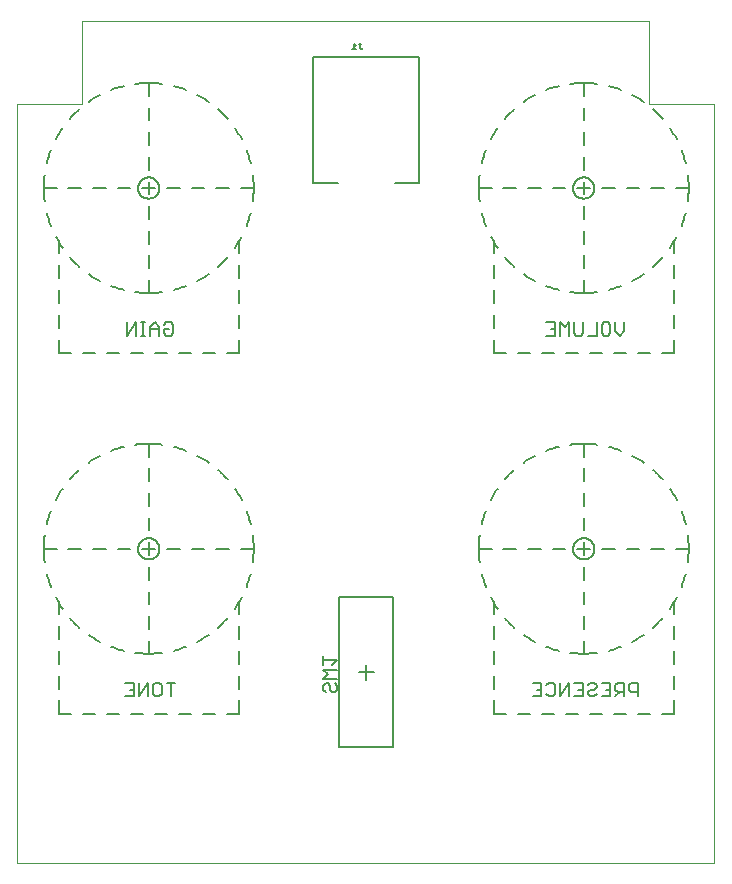
<source format=gbo>
G75*
%MOIN*%
%OFA0B0*%
%FSLAX25Y25*%
%IPPOS*%
%LPD*%
%AMOC8*
5,1,8,0,0,1.08239X$1,22.5*
%
%ADD10C,0.00500*%
%ADD11C,0.00600*%
%ADD12C,0.00800*%
%ADD13C,0.00000*%
D10*
X0018750Y0055413D02*
X0022805Y0055413D01*
X0026742Y0055413D02*
X0030797Y0055413D01*
X0034734Y0055413D02*
X0038789Y0055413D01*
X0042726Y0055413D02*
X0046781Y0055413D01*
X0050719Y0055413D02*
X0054774Y0055413D01*
X0058711Y0055413D02*
X0062766Y0055413D01*
X0066703Y0055413D02*
X0070758Y0055413D01*
X0074695Y0055413D02*
X0078750Y0055413D01*
X0078750Y0059751D01*
X0078750Y0063688D02*
X0078750Y0068026D01*
X0078750Y0071963D02*
X0078750Y0076300D01*
X0078750Y0080237D02*
X0078750Y0084575D01*
X0078750Y0088512D02*
X0078750Y0092850D01*
X0079472Y0110350D02*
X0083750Y0110350D01*
X0075535Y0110350D02*
X0071257Y0110350D01*
X0067320Y0110350D02*
X0063041Y0110350D01*
X0059104Y0110350D02*
X0054826Y0110350D01*
X0050889Y0110350D02*
X0046611Y0110350D01*
X0014757Y0118685D02*
X0014943Y0119408D01*
X0015143Y0120127D01*
X0015360Y0120842D01*
X0015591Y0121552D01*
X0015837Y0122257D01*
X0016099Y0122956D01*
X0018028Y0110350D02*
X0013750Y0110350D01*
X0021965Y0110350D02*
X0026243Y0110350D01*
X0030180Y0110350D02*
X0034459Y0110350D01*
X0038396Y0110350D02*
X0042674Y0110350D01*
X0022469Y0133465D02*
X0022968Y0134021D01*
X0023479Y0134565D01*
X0024001Y0135099D01*
X0024535Y0135621D01*
X0025079Y0136132D01*
X0025635Y0136631D01*
X0048750Y0137135D02*
X0048750Y0132857D01*
X0048750Y0128920D02*
X0048750Y0124641D01*
X0048750Y0120704D02*
X0048750Y0116426D01*
X0048750Y0112489D02*
X0048750Y0108211D01*
X0040414Y0076357D02*
X0039691Y0076543D01*
X0038972Y0076744D01*
X0038258Y0076960D01*
X0037548Y0077191D01*
X0036843Y0077438D01*
X0036144Y0077699D01*
X0048750Y0079628D02*
X0048750Y0075350D01*
X0048750Y0083565D02*
X0048750Y0087843D01*
X0048750Y0091780D02*
X0048750Y0096059D01*
X0048750Y0099996D02*
X0048750Y0104274D01*
X0057086Y0076357D02*
X0057809Y0076543D01*
X0058528Y0076744D01*
X0059242Y0076960D01*
X0059952Y0077191D01*
X0060657Y0077438D01*
X0061356Y0077699D01*
X0020041Y0090331D02*
X0019620Y0090948D01*
X0019213Y0091573D01*
X0018819Y0092207D01*
X0018439Y0092850D01*
X0018073Y0093500D01*
X0017720Y0094159D01*
X0018750Y0092850D02*
X0018750Y0088512D01*
X0018750Y0084575D02*
X0018750Y0080237D01*
X0018750Y0076300D02*
X0018750Y0071963D01*
X0018750Y0068026D02*
X0018750Y0063688D01*
X0018750Y0059751D02*
X0018750Y0055413D01*
X0077459Y0090331D02*
X0077880Y0090948D01*
X0078287Y0091573D01*
X0078681Y0092207D01*
X0079061Y0092850D01*
X0079427Y0093500D01*
X0079780Y0094159D01*
X0107000Y0074655D02*
X0107000Y0071652D01*
X0107000Y0073153D02*
X0111504Y0073153D01*
X0110003Y0071652D01*
X0111504Y0070051D02*
X0107000Y0070051D01*
X0108501Y0068549D01*
X0107000Y0067048D01*
X0111504Y0067048D01*
X0110753Y0065447D02*
X0111504Y0064696D01*
X0111504Y0063195D01*
X0110753Y0062444D01*
X0110003Y0062444D01*
X0109252Y0063195D01*
X0109252Y0064696D01*
X0108501Y0065447D01*
X0107751Y0065447D01*
X0107000Y0064696D01*
X0107000Y0063195D01*
X0107751Y0062444D01*
X0118750Y0069100D02*
X0123750Y0069100D01*
X0121250Y0071600D02*
X0121250Y0066600D01*
X0158750Y0110350D02*
X0163028Y0110350D01*
X0166965Y0110350D02*
X0171243Y0110350D01*
X0175180Y0110350D02*
X0179459Y0110350D01*
X0183396Y0110350D02*
X0187674Y0110350D01*
X0191611Y0110350D02*
X0195889Y0110350D01*
X0227743Y0118685D02*
X0227557Y0119408D01*
X0227357Y0120127D01*
X0227140Y0120842D01*
X0226909Y0121552D01*
X0226663Y0122257D01*
X0226401Y0122956D01*
X0224472Y0110350D02*
X0228750Y0110350D01*
X0220535Y0110350D02*
X0216257Y0110350D01*
X0212320Y0110350D02*
X0208041Y0110350D01*
X0204104Y0110350D02*
X0199826Y0110350D01*
X0220031Y0133465D02*
X0219532Y0134021D01*
X0219021Y0134565D01*
X0218499Y0135099D01*
X0217965Y0135621D01*
X0217421Y0136132D01*
X0216865Y0136631D01*
X0193750Y0137135D02*
X0193750Y0132857D01*
X0193750Y0128920D02*
X0193750Y0124641D01*
X0193750Y0120704D02*
X0193750Y0116426D01*
X0193750Y0112489D02*
X0193750Y0108211D01*
X0185414Y0076357D02*
X0184691Y0076543D01*
X0183972Y0076744D01*
X0183258Y0076960D01*
X0182548Y0077191D01*
X0181843Y0077438D01*
X0181144Y0077699D01*
X0193750Y0079628D02*
X0193750Y0075350D01*
X0193750Y0083565D02*
X0193750Y0087843D01*
X0193750Y0091780D02*
X0193750Y0096059D01*
X0193750Y0099996D02*
X0193750Y0104274D01*
X0202086Y0076357D02*
X0202809Y0076543D01*
X0203528Y0076744D01*
X0204242Y0076960D01*
X0204952Y0077191D01*
X0205657Y0077438D01*
X0206356Y0077699D01*
X0223750Y0076300D02*
X0223750Y0071963D01*
X0223750Y0068026D02*
X0223750Y0063688D01*
X0223750Y0059751D02*
X0223750Y0055413D01*
X0219695Y0055413D01*
X0215758Y0055413D02*
X0211703Y0055413D01*
X0207766Y0055413D02*
X0203711Y0055413D01*
X0199774Y0055413D02*
X0195719Y0055413D01*
X0191781Y0055413D02*
X0187726Y0055413D01*
X0183789Y0055413D02*
X0179734Y0055413D01*
X0175797Y0055413D02*
X0171742Y0055413D01*
X0167805Y0055413D02*
X0163750Y0055413D01*
X0163750Y0059751D01*
X0163750Y0063688D02*
X0163750Y0068026D01*
X0163750Y0071963D02*
X0163750Y0076300D01*
X0163750Y0080237D02*
X0163750Y0084575D01*
X0163750Y0088512D02*
X0163750Y0092850D01*
X0159757Y0118685D02*
X0159943Y0119408D01*
X0160143Y0120127D01*
X0160360Y0120842D01*
X0160591Y0121552D01*
X0160837Y0122257D01*
X0161099Y0122956D01*
X0167469Y0133465D02*
X0167968Y0134021D01*
X0168479Y0134565D01*
X0169001Y0135099D01*
X0169535Y0135621D01*
X0170079Y0136132D01*
X0170635Y0136631D01*
X0193750Y0141072D02*
X0193750Y0145350D01*
X0191781Y0175663D02*
X0187726Y0175663D01*
X0183789Y0175663D02*
X0179734Y0175663D01*
X0175797Y0175663D02*
X0171742Y0175663D01*
X0167805Y0175663D02*
X0163750Y0175663D01*
X0163750Y0180001D01*
X0163750Y0183938D02*
X0163750Y0188276D01*
X0163750Y0192213D02*
X0163750Y0196550D01*
X0163750Y0200487D02*
X0163750Y0204825D01*
X0163750Y0208762D02*
X0163750Y0213100D01*
X0163028Y0230600D02*
X0158750Y0230600D01*
X0166965Y0230600D02*
X0171243Y0230600D01*
X0175180Y0230600D02*
X0179459Y0230600D01*
X0183396Y0230600D02*
X0187674Y0230600D01*
X0191611Y0230600D02*
X0195889Y0230600D01*
X0227743Y0238935D02*
X0227557Y0239658D01*
X0227357Y0240377D01*
X0227140Y0241092D01*
X0226909Y0241802D01*
X0226663Y0242507D01*
X0226401Y0243206D01*
X0224472Y0230600D02*
X0228750Y0230600D01*
X0220535Y0230600D02*
X0216257Y0230600D01*
X0212320Y0230600D02*
X0208041Y0230600D01*
X0204104Y0230600D02*
X0199826Y0230600D01*
X0220031Y0253715D02*
X0219532Y0254271D01*
X0219021Y0254815D01*
X0218499Y0255349D01*
X0217965Y0255871D01*
X0217421Y0256382D01*
X0216865Y0256881D01*
X0193750Y0257385D02*
X0193750Y0253107D01*
X0193750Y0249170D02*
X0193750Y0244891D01*
X0193750Y0240954D02*
X0193750Y0236676D01*
X0193750Y0232739D02*
X0193750Y0228461D01*
X0185414Y0196607D02*
X0184691Y0196793D01*
X0183972Y0196994D01*
X0183258Y0197210D01*
X0182548Y0197441D01*
X0181843Y0197688D01*
X0181144Y0197949D01*
X0193750Y0199878D02*
X0193750Y0195600D01*
X0193750Y0203815D02*
X0193750Y0208093D01*
X0193750Y0212030D02*
X0193750Y0216309D01*
X0193750Y0220246D02*
X0193750Y0224524D01*
X0202086Y0196607D02*
X0202809Y0196793D01*
X0203528Y0196994D01*
X0204242Y0197210D01*
X0204952Y0197441D01*
X0205657Y0197688D01*
X0206356Y0197949D01*
X0223750Y0196550D02*
X0223750Y0192213D01*
X0223750Y0188276D02*
X0223750Y0183938D01*
X0223750Y0180001D02*
X0223750Y0175663D01*
X0219695Y0175663D01*
X0215758Y0175663D02*
X0211703Y0175663D01*
X0207766Y0175663D02*
X0203711Y0175663D01*
X0199774Y0175663D02*
X0195719Y0175663D01*
X0223750Y0200487D02*
X0223750Y0204825D01*
X0223750Y0208762D02*
X0223750Y0213100D01*
X0224780Y0246791D02*
X0224427Y0247449D01*
X0224061Y0248100D01*
X0223681Y0248742D01*
X0223287Y0249377D01*
X0222880Y0250002D01*
X0222459Y0250619D01*
X0193750Y0261322D02*
X0193750Y0265600D01*
X0202085Y0264593D02*
X0202808Y0264407D01*
X0203527Y0264207D01*
X0204242Y0263990D01*
X0204952Y0263759D01*
X0205657Y0263513D01*
X0206356Y0263251D01*
X0228464Y0235067D02*
X0228551Y0234325D01*
X0228623Y0233582D01*
X0228678Y0232838D01*
X0228718Y0232092D01*
X0228742Y0231346D01*
X0228750Y0230600D01*
X0198217Y0265314D02*
X0197475Y0265401D01*
X0196732Y0265473D01*
X0195988Y0265528D01*
X0195242Y0265568D01*
X0194496Y0265592D01*
X0193750Y0265600D01*
X0185415Y0264593D02*
X0184692Y0264407D01*
X0183973Y0264207D01*
X0183258Y0263990D01*
X0182548Y0263759D01*
X0181843Y0263513D01*
X0181144Y0263251D01*
X0170635Y0256881D02*
X0170079Y0256382D01*
X0169535Y0255871D01*
X0169001Y0255349D01*
X0168479Y0254815D01*
X0167968Y0254271D01*
X0167469Y0253715D01*
X0161099Y0243206D02*
X0160837Y0242507D01*
X0160591Y0241802D01*
X0160360Y0241092D01*
X0160143Y0240377D01*
X0159943Y0239658D01*
X0159757Y0238935D01*
X0189283Y0265314D02*
X0190025Y0265401D01*
X0190768Y0265473D01*
X0191512Y0265528D01*
X0192258Y0265568D01*
X0193004Y0265592D01*
X0193750Y0265600D01*
X0209941Y0261630D02*
X0210599Y0261277D01*
X0211250Y0260911D01*
X0211892Y0260531D01*
X0212527Y0260137D01*
X0213152Y0259730D01*
X0213769Y0259309D01*
X0177559Y0261630D02*
X0176901Y0261277D01*
X0176250Y0260911D01*
X0175608Y0260531D01*
X0174973Y0260137D01*
X0174348Y0259730D01*
X0173731Y0259309D01*
X0159036Y0235067D02*
X0158949Y0234325D01*
X0158877Y0233582D01*
X0158822Y0232838D01*
X0158782Y0232092D01*
X0158758Y0231346D01*
X0158750Y0230600D01*
X0162720Y0246791D02*
X0163073Y0247449D01*
X0163439Y0248100D01*
X0163819Y0248742D01*
X0164213Y0249377D01*
X0164620Y0250002D01*
X0165041Y0250619D01*
X0159757Y0222264D02*
X0159943Y0221541D01*
X0160144Y0220822D01*
X0160360Y0220108D01*
X0160591Y0219398D01*
X0160838Y0218693D01*
X0161099Y0217994D01*
X0222459Y0210581D02*
X0222880Y0211198D01*
X0223287Y0211823D01*
X0223681Y0212457D01*
X0224061Y0213100D01*
X0224427Y0213750D01*
X0224780Y0214409D01*
X0165041Y0210581D02*
X0164620Y0211198D01*
X0164213Y0211823D01*
X0163819Y0212457D01*
X0163439Y0213100D01*
X0163073Y0213750D01*
X0162720Y0214409D01*
X0193750Y0195600D02*
X0194497Y0195608D01*
X0195243Y0195632D01*
X0195988Y0195672D01*
X0196733Y0195727D01*
X0197476Y0195799D01*
X0198217Y0195886D01*
X0170635Y0204319D02*
X0170079Y0204818D01*
X0169535Y0205329D01*
X0169001Y0205851D01*
X0168479Y0206385D01*
X0167968Y0206929D01*
X0167469Y0207485D01*
X0216865Y0204319D02*
X0217421Y0204818D01*
X0217965Y0205329D01*
X0218499Y0205851D01*
X0219021Y0206385D01*
X0219532Y0206929D01*
X0220031Y0207485D01*
X0193750Y0195600D02*
X0193003Y0195608D01*
X0192257Y0195632D01*
X0191512Y0195672D01*
X0190767Y0195727D01*
X0190024Y0195799D01*
X0189283Y0195886D01*
X0190215Y0230600D02*
X0190217Y0230719D01*
X0190223Y0230837D01*
X0190233Y0230956D01*
X0190247Y0231074D01*
X0190265Y0231191D01*
X0190287Y0231308D01*
X0190312Y0231424D01*
X0190342Y0231539D01*
X0190375Y0231653D01*
X0190413Y0231766D01*
X0190454Y0231877D01*
X0190498Y0231987D01*
X0190547Y0232095D01*
X0190599Y0232202D01*
X0190655Y0232307D01*
X0190714Y0232410D01*
X0190776Y0232511D01*
X0190842Y0232610D01*
X0190911Y0232707D01*
X0190984Y0232801D01*
X0191059Y0232892D01*
X0191138Y0232982D01*
X0191219Y0233068D01*
X0191303Y0233152D01*
X0191391Y0233232D01*
X0191480Y0233310D01*
X0191573Y0233385D01*
X0191667Y0233456D01*
X0191765Y0233525D01*
X0191864Y0233590D01*
X0191965Y0233651D01*
X0192069Y0233710D01*
X0192174Y0233764D01*
X0192282Y0233816D01*
X0192390Y0233863D01*
X0192501Y0233907D01*
X0192613Y0233947D01*
X0192726Y0233983D01*
X0192840Y0234016D01*
X0192955Y0234044D01*
X0193071Y0234069D01*
X0193188Y0234090D01*
X0193306Y0234107D01*
X0193424Y0234120D01*
X0193542Y0234129D01*
X0193661Y0234134D01*
X0193780Y0234135D01*
X0193898Y0234132D01*
X0194017Y0234125D01*
X0194135Y0234114D01*
X0194253Y0234099D01*
X0194370Y0234080D01*
X0194487Y0234057D01*
X0194603Y0234031D01*
X0194717Y0234000D01*
X0194831Y0233966D01*
X0194944Y0233927D01*
X0195055Y0233885D01*
X0195164Y0233840D01*
X0195272Y0233790D01*
X0195379Y0233737D01*
X0195483Y0233681D01*
X0195586Y0233621D01*
X0195686Y0233558D01*
X0195784Y0233491D01*
X0195880Y0233421D01*
X0195974Y0233348D01*
X0196065Y0233272D01*
X0196153Y0233192D01*
X0196239Y0233110D01*
X0196322Y0233025D01*
X0196402Y0232937D01*
X0196479Y0232847D01*
X0196553Y0232754D01*
X0196624Y0232659D01*
X0196691Y0232561D01*
X0196756Y0232461D01*
X0196816Y0232359D01*
X0196874Y0232255D01*
X0196928Y0232149D01*
X0196978Y0232041D01*
X0197024Y0231932D01*
X0197067Y0231821D01*
X0197106Y0231709D01*
X0197142Y0231596D01*
X0197173Y0231481D01*
X0197201Y0231366D01*
X0197225Y0231250D01*
X0197245Y0231132D01*
X0197261Y0231015D01*
X0197273Y0230897D01*
X0197281Y0230778D01*
X0197285Y0230659D01*
X0197285Y0230541D01*
X0197281Y0230422D01*
X0197273Y0230303D01*
X0197261Y0230185D01*
X0197245Y0230068D01*
X0197225Y0229950D01*
X0197201Y0229834D01*
X0197173Y0229719D01*
X0197142Y0229604D01*
X0197106Y0229491D01*
X0197067Y0229379D01*
X0197024Y0229268D01*
X0196978Y0229159D01*
X0196928Y0229051D01*
X0196874Y0228945D01*
X0196816Y0228841D01*
X0196756Y0228739D01*
X0196691Y0228639D01*
X0196624Y0228541D01*
X0196553Y0228446D01*
X0196479Y0228353D01*
X0196402Y0228263D01*
X0196322Y0228175D01*
X0196239Y0228090D01*
X0196153Y0228008D01*
X0196065Y0227928D01*
X0195974Y0227852D01*
X0195880Y0227779D01*
X0195784Y0227709D01*
X0195686Y0227642D01*
X0195586Y0227579D01*
X0195483Y0227519D01*
X0195379Y0227463D01*
X0195272Y0227410D01*
X0195164Y0227360D01*
X0195055Y0227315D01*
X0194944Y0227273D01*
X0194831Y0227234D01*
X0194717Y0227200D01*
X0194603Y0227169D01*
X0194487Y0227143D01*
X0194370Y0227120D01*
X0194253Y0227101D01*
X0194135Y0227086D01*
X0194017Y0227075D01*
X0193898Y0227068D01*
X0193780Y0227065D01*
X0193661Y0227066D01*
X0193542Y0227071D01*
X0193424Y0227080D01*
X0193306Y0227093D01*
X0193188Y0227110D01*
X0193071Y0227131D01*
X0192955Y0227156D01*
X0192840Y0227184D01*
X0192726Y0227217D01*
X0192613Y0227253D01*
X0192501Y0227293D01*
X0192390Y0227337D01*
X0192282Y0227384D01*
X0192174Y0227436D01*
X0192069Y0227490D01*
X0191965Y0227549D01*
X0191864Y0227610D01*
X0191765Y0227675D01*
X0191667Y0227744D01*
X0191573Y0227815D01*
X0191480Y0227890D01*
X0191391Y0227968D01*
X0191303Y0228048D01*
X0191219Y0228132D01*
X0191138Y0228218D01*
X0191059Y0228308D01*
X0190984Y0228399D01*
X0190911Y0228493D01*
X0190842Y0228590D01*
X0190776Y0228689D01*
X0190714Y0228790D01*
X0190655Y0228893D01*
X0190599Y0228998D01*
X0190547Y0229105D01*
X0190498Y0229213D01*
X0190454Y0229323D01*
X0190413Y0229434D01*
X0190375Y0229547D01*
X0190342Y0229661D01*
X0190312Y0229776D01*
X0190287Y0229892D01*
X0190265Y0230009D01*
X0190247Y0230126D01*
X0190233Y0230244D01*
X0190223Y0230363D01*
X0190217Y0230481D01*
X0190215Y0230600D01*
X0228464Y0226133D02*
X0228551Y0226874D01*
X0228623Y0227617D01*
X0228678Y0228362D01*
X0228718Y0229107D01*
X0228742Y0229853D01*
X0228750Y0230600D01*
X0159036Y0226133D02*
X0158949Y0226874D01*
X0158877Y0227617D01*
X0158822Y0228362D01*
X0158782Y0229107D01*
X0158758Y0229853D01*
X0158750Y0230600D01*
X0209941Y0199570D02*
X0210600Y0199923D01*
X0211250Y0200289D01*
X0211893Y0200669D01*
X0212527Y0201063D01*
X0213152Y0201470D01*
X0213769Y0201891D01*
X0177559Y0199570D02*
X0176900Y0199923D01*
X0176250Y0200289D01*
X0175607Y0200669D01*
X0174973Y0201063D01*
X0174348Y0201470D01*
X0173731Y0201891D01*
X0226401Y0217994D02*
X0226662Y0218693D01*
X0226909Y0219398D01*
X0227140Y0220108D01*
X0227356Y0220822D01*
X0227557Y0221541D01*
X0227743Y0222264D01*
X0202085Y0144343D02*
X0202808Y0144157D01*
X0203527Y0143957D01*
X0204242Y0143740D01*
X0204952Y0143509D01*
X0205657Y0143263D01*
X0206356Y0143001D01*
X0228464Y0114817D02*
X0228551Y0114075D01*
X0228623Y0113332D01*
X0228678Y0112588D01*
X0228718Y0111842D01*
X0228742Y0111096D01*
X0228750Y0110350D01*
X0223750Y0092850D02*
X0223750Y0088512D01*
X0223750Y0084575D02*
X0223750Y0080237D01*
X0165041Y0090331D02*
X0164620Y0090948D01*
X0164213Y0091573D01*
X0163819Y0092207D01*
X0163439Y0092850D01*
X0163073Y0093500D01*
X0162720Y0094159D01*
X0162720Y0126541D02*
X0163073Y0127199D01*
X0163439Y0127850D01*
X0163819Y0128492D01*
X0164213Y0129127D01*
X0164620Y0129752D01*
X0165041Y0130369D01*
X0181144Y0143001D02*
X0181843Y0143263D01*
X0182548Y0143509D01*
X0183258Y0143740D01*
X0183973Y0143957D01*
X0184692Y0144157D01*
X0185415Y0144343D01*
X0159036Y0114817D02*
X0158949Y0114075D01*
X0158877Y0113332D01*
X0158822Y0112588D01*
X0158782Y0111842D01*
X0158758Y0111096D01*
X0158750Y0110350D01*
X0189283Y0145064D02*
X0190025Y0145151D01*
X0190768Y0145223D01*
X0191512Y0145278D01*
X0192258Y0145318D01*
X0193004Y0145342D01*
X0193750Y0145350D01*
X0209941Y0141380D02*
X0210599Y0141027D01*
X0211250Y0140661D01*
X0211892Y0140281D01*
X0212527Y0139887D01*
X0213152Y0139480D01*
X0213769Y0139059D01*
X0198217Y0145064D02*
X0197475Y0145151D01*
X0196732Y0145223D01*
X0195988Y0145278D01*
X0195242Y0145318D01*
X0194496Y0145342D01*
X0193750Y0145350D01*
X0177559Y0141380D02*
X0176901Y0141027D01*
X0176250Y0140661D01*
X0175608Y0140281D01*
X0174973Y0139887D01*
X0174348Y0139480D01*
X0173731Y0139059D01*
X0222459Y0130369D02*
X0222880Y0129752D01*
X0223287Y0129127D01*
X0223681Y0128492D01*
X0224061Y0127850D01*
X0224427Y0127199D01*
X0224780Y0126541D01*
X0158750Y0110350D02*
X0158758Y0109603D01*
X0158782Y0108857D01*
X0158822Y0108112D01*
X0158877Y0107367D01*
X0158949Y0106624D01*
X0159036Y0105883D01*
X0193750Y0075350D02*
X0194497Y0075358D01*
X0195243Y0075382D01*
X0195988Y0075422D01*
X0196733Y0075477D01*
X0197476Y0075549D01*
X0198217Y0075636D01*
X0170635Y0084069D02*
X0170079Y0084568D01*
X0169535Y0085079D01*
X0169001Y0085601D01*
X0168479Y0086135D01*
X0167968Y0086679D01*
X0167469Y0087235D01*
X0222459Y0090331D02*
X0222880Y0090948D01*
X0223287Y0091573D01*
X0223681Y0092207D01*
X0224061Y0092850D01*
X0224427Y0093500D01*
X0224780Y0094159D01*
X0193750Y0075350D02*
X0193003Y0075358D01*
X0192257Y0075382D01*
X0191512Y0075422D01*
X0190767Y0075477D01*
X0190024Y0075549D01*
X0189283Y0075636D01*
X0216865Y0084069D02*
X0217421Y0084568D01*
X0217965Y0085079D01*
X0218499Y0085601D01*
X0219021Y0086135D01*
X0219532Y0086679D01*
X0220031Y0087235D01*
X0190215Y0110350D02*
X0190217Y0110469D01*
X0190223Y0110587D01*
X0190233Y0110706D01*
X0190247Y0110824D01*
X0190265Y0110941D01*
X0190287Y0111058D01*
X0190312Y0111174D01*
X0190342Y0111289D01*
X0190375Y0111403D01*
X0190413Y0111516D01*
X0190454Y0111627D01*
X0190498Y0111737D01*
X0190547Y0111845D01*
X0190599Y0111952D01*
X0190655Y0112057D01*
X0190714Y0112160D01*
X0190776Y0112261D01*
X0190842Y0112360D01*
X0190911Y0112457D01*
X0190984Y0112551D01*
X0191059Y0112642D01*
X0191138Y0112732D01*
X0191219Y0112818D01*
X0191303Y0112902D01*
X0191391Y0112982D01*
X0191480Y0113060D01*
X0191573Y0113135D01*
X0191667Y0113206D01*
X0191765Y0113275D01*
X0191864Y0113340D01*
X0191965Y0113401D01*
X0192069Y0113460D01*
X0192174Y0113514D01*
X0192282Y0113566D01*
X0192390Y0113613D01*
X0192501Y0113657D01*
X0192613Y0113697D01*
X0192726Y0113733D01*
X0192840Y0113766D01*
X0192955Y0113794D01*
X0193071Y0113819D01*
X0193188Y0113840D01*
X0193306Y0113857D01*
X0193424Y0113870D01*
X0193542Y0113879D01*
X0193661Y0113884D01*
X0193780Y0113885D01*
X0193898Y0113882D01*
X0194017Y0113875D01*
X0194135Y0113864D01*
X0194253Y0113849D01*
X0194370Y0113830D01*
X0194487Y0113807D01*
X0194603Y0113781D01*
X0194717Y0113750D01*
X0194831Y0113716D01*
X0194944Y0113677D01*
X0195055Y0113635D01*
X0195164Y0113590D01*
X0195272Y0113540D01*
X0195379Y0113487D01*
X0195483Y0113431D01*
X0195586Y0113371D01*
X0195686Y0113308D01*
X0195784Y0113241D01*
X0195880Y0113171D01*
X0195974Y0113098D01*
X0196065Y0113022D01*
X0196153Y0112942D01*
X0196239Y0112860D01*
X0196322Y0112775D01*
X0196402Y0112687D01*
X0196479Y0112597D01*
X0196553Y0112504D01*
X0196624Y0112409D01*
X0196691Y0112311D01*
X0196756Y0112211D01*
X0196816Y0112109D01*
X0196874Y0112005D01*
X0196928Y0111899D01*
X0196978Y0111791D01*
X0197024Y0111682D01*
X0197067Y0111571D01*
X0197106Y0111459D01*
X0197142Y0111346D01*
X0197173Y0111231D01*
X0197201Y0111116D01*
X0197225Y0111000D01*
X0197245Y0110882D01*
X0197261Y0110765D01*
X0197273Y0110647D01*
X0197281Y0110528D01*
X0197285Y0110409D01*
X0197285Y0110291D01*
X0197281Y0110172D01*
X0197273Y0110053D01*
X0197261Y0109935D01*
X0197245Y0109818D01*
X0197225Y0109700D01*
X0197201Y0109584D01*
X0197173Y0109469D01*
X0197142Y0109354D01*
X0197106Y0109241D01*
X0197067Y0109129D01*
X0197024Y0109018D01*
X0196978Y0108909D01*
X0196928Y0108801D01*
X0196874Y0108695D01*
X0196816Y0108591D01*
X0196756Y0108489D01*
X0196691Y0108389D01*
X0196624Y0108291D01*
X0196553Y0108196D01*
X0196479Y0108103D01*
X0196402Y0108013D01*
X0196322Y0107925D01*
X0196239Y0107840D01*
X0196153Y0107758D01*
X0196065Y0107678D01*
X0195974Y0107602D01*
X0195880Y0107529D01*
X0195784Y0107459D01*
X0195686Y0107392D01*
X0195586Y0107329D01*
X0195483Y0107269D01*
X0195379Y0107213D01*
X0195272Y0107160D01*
X0195164Y0107110D01*
X0195055Y0107065D01*
X0194944Y0107023D01*
X0194831Y0106984D01*
X0194717Y0106950D01*
X0194603Y0106919D01*
X0194487Y0106893D01*
X0194370Y0106870D01*
X0194253Y0106851D01*
X0194135Y0106836D01*
X0194017Y0106825D01*
X0193898Y0106818D01*
X0193780Y0106815D01*
X0193661Y0106816D01*
X0193542Y0106821D01*
X0193424Y0106830D01*
X0193306Y0106843D01*
X0193188Y0106860D01*
X0193071Y0106881D01*
X0192955Y0106906D01*
X0192840Y0106934D01*
X0192726Y0106967D01*
X0192613Y0107003D01*
X0192501Y0107043D01*
X0192390Y0107087D01*
X0192282Y0107134D01*
X0192174Y0107186D01*
X0192069Y0107240D01*
X0191965Y0107299D01*
X0191864Y0107360D01*
X0191765Y0107425D01*
X0191667Y0107494D01*
X0191573Y0107565D01*
X0191480Y0107640D01*
X0191391Y0107718D01*
X0191303Y0107798D01*
X0191219Y0107882D01*
X0191138Y0107968D01*
X0191059Y0108058D01*
X0190984Y0108149D01*
X0190911Y0108243D01*
X0190842Y0108340D01*
X0190776Y0108439D01*
X0190714Y0108540D01*
X0190655Y0108643D01*
X0190599Y0108748D01*
X0190547Y0108855D01*
X0190498Y0108963D01*
X0190454Y0109073D01*
X0190413Y0109184D01*
X0190375Y0109297D01*
X0190342Y0109411D01*
X0190312Y0109526D01*
X0190287Y0109642D01*
X0190265Y0109759D01*
X0190247Y0109876D01*
X0190233Y0109994D01*
X0190223Y0110113D01*
X0190217Y0110231D01*
X0190215Y0110350D01*
X0159757Y0102014D02*
X0159943Y0101291D01*
X0160144Y0100572D01*
X0160360Y0099858D01*
X0160591Y0099148D01*
X0160838Y0098443D01*
X0161099Y0097744D01*
X0228464Y0105883D02*
X0228551Y0106624D01*
X0228623Y0107367D01*
X0228678Y0108112D01*
X0228718Y0108857D01*
X0228742Y0109603D01*
X0228750Y0110350D01*
X0227743Y0102014D02*
X0227557Y0101291D01*
X0227356Y0100572D01*
X0227140Y0099858D01*
X0226909Y0099148D01*
X0226662Y0098443D01*
X0226401Y0097744D01*
X0177559Y0079320D02*
X0176900Y0079673D01*
X0176250Y0080039D01*
X0175607Y0080419D01*
X0174973Y0080813D01*
X0174348Y0081220D01*
X0173731Y0081641D01*
X0209941Y0079320D02*
X0210600Y0079673D01*
X0211250Y0080039D01*
X0211893Y0080419D01*
X0212527Y0080813D01*
X0213152Y0081220D01*
X0213769Y0081641D01*
X0083750Y0230600D02*
X0079472Y0230600D01*
X0075535Y0230600D02*
X0071257Y0230600D01*
X0067320Y0230600D02*
X0063041Y0230600D01*
X0059104Y0230600D02*
X0054826Y0230600D01*
X0050889Y0230600D02*
X0046611Y0230600D01*
X0014757Y0238935D02*
X0014943Y0239658D01*
X0015143Y0240377D01*
X0015360Y0241092D01*
X0015591Y0241802D01*
X0015837Y0242507D01*
X0016099Y0243206D01*
X0018028Y0230600D02*
X0013750Y0230600D01*
X0021965Y0230600D02*
X0026243Y0230600D01*
X0030180Y0230600D02*
X0034459Y0230600D01*
X0038396Y0230600D02*
X0042674Y0230600D01*
X0022469Y0253715D02*
X0022968Y0254271D01*
X0023479Y0254815D01*
X0024001Y0255349D01*
X0024535Y0255871D01*
X0025079Y0256382D01*
X0025635Y0256881D01*
X0048750Y0257385D02*
X0048750Y0253107D01*
X0048750Y0249170D02*
X0048750Y0244891D01*
X0048750Y0240954D02*
X0048750Y0236676D01*
X0048750Y0232739D02*
X0048750Y0228461D01*
X0040414Y0196607D02*
X0039691Y0196793D01*
X0038972Y0196994D01*
X0038258Y0197210D01*
X0037548Y0197441D01*
X0036843Y0197688D01*
X0036144Y0197949D01*
X0048750Y0199878D02*
X0048750Y0195600D01*
X0048750Y0203815D02*
X0048750Y0208093D01*
X0048750Y0212030D02*
X0048750Y0216309D01*
X0048750Y0220246D02*
X0048750Y0224524D01*
X0057086Y0196607D02*
X0057809Y0196793D01*
X0058528Y0196994D01*
X0059242Y0197210D01*
X0059952Y0197441D01*
X0060657Y0197688D01*
X0061356Y0197949D01*
X0078750Y0196550D02*
X0078750Y0192213D01*
X0078750Y0188276D02*
X0078750Y0183938D01*
X0078750Y0180001D02*
X0078750Y0175663D01*
X0074695Y0175663D01*
X0070758Y0175663D02*
X0066703Y0175663D01*
X0062766Y0175663D02*
X0058711Y0175663D01*
X0054774Y0175663D02*
X0050719Y0175663D01*
X0046781Y0175663D02*
X0042726Y0175663D01*
X0038789Y0175663D02*
X0034734Y0175663D01*
X0030797Y0175663D02*
X0026742Y0175663D01*
X0022805Y0175663D02*
X0018750Y0175663D01*
X0018750Y0180001D01*
X0018750Y0183938D02*
X0018750Y0188276D01*
X0018750Y0192213D02*
X0018750Y0196550D01*
X0018750Y0200487D02*
X0018750Y0204825D01*
X0018750Y0208762D02*
X0018750Y0213100D01*
X0044283Y0265314D02*
X0045025Y0265401D01*
X0045768Y0265473D01*
X0046512Y0265528D01*
X0047258Y0265568D01*
X0048004Y0265592D01*
X0048750Y0265600D01*
X0048750Y0261322D01*
X0057085Y0264593D02*
X0057808Y0264407D01*
X0058527Y0264207D01*
X0059242Y0263990D01*
X0059952Y0263759D01*
X0060657Y0263513D01*
X0061356Y0263251D01*
X0071865Y0256881D02*
X0072421Y0256382D01*
X0072965Y0255871D01*
X0073499Y0255349D01*
X0074021Y0254815D01*
X0074532Y0254271D01*
X0075031Y0253715D01*
X0081401Y0243206D02*
X0081663Y0242507D01*
X0081909Y0241802D01*
X0082140Y0241092D01*
X0082357Y0240377D01*
X0082557Y0239658D01*
X0082743Y0238935D01*
X0078750Y0213100D02*
X0078750Y0208762D01*
X0078750Y0204825D02*
X0078750Y0200487D01*
X0020041Y0210581D02*
X0019620Y0211198D01*
X0019213Y0211823D01*
X0018819Y0212457D01*
X0018439Y0213100D01*
X0018073Y0213750D01*
X0017720Y0214409D01*
X0017720Y0246791D02*
X0018073Y0247449D01*
X0018439Y0248100D01*
X0018819Y0248742D01*
X0019213Y0249377D01*
X0019620Y0250002D01*
X0020041Y0250619D01*
X0036144Y0263251D02*
X0036843Y0263513D01*
X0037548Y0263759D01*
X0038258Y0263990D01*
X0038973Y0264207D01*
X0039692Y0264407D01*
X0040415Y0264593D01*
X0014036Y0235067D02*
X0013949Y0234325D01*
X0013877Y0233582D01*
X0013822Y0232838D01*
X0013782Y0232092D01*
X0013758Y0231346D01*
X0013750Y0230600D01*
X0028731Y0259309D02*
X0029348Y0259730D01*
X0029973Y0260137D01*
X0030608Y0260531D01*
X0031250Y0260911D01*
X0031901Y0261277D01*
X0032559Y0261630D01*
X0064941Y0261630D02*
X0065599Y0261277D01*
X0066250Y0260911D01*
X0066892Y0260531D01*
X0067527Y0260137D01*
X0068152Y0259730D01*
X0068769Y0259309D01*
X0083464Y0235067D02*
X0083551Y0234325D01*
X0083623Y0233582D01*
X0083678Y0232838D01*
X0083718Y0232092D01*
X0083742Y0231346D01*
X0083750Y0230600D01*
X0079780Y0246791D02*
X0079427Y0247449D01*
X0079061Y0248100D01*
X0078681Y0248742D01*
X0078287Y0249377D01*
X0077880Y0250002D01*
X0077459Y0250619D01*
X0053217Y0265314D02*
X0052475Y0265401D01*
X0051732Y0265473D01*
X0050988Y0265528D01*
X0050242Y0265568D01*
X0049496Y0265592D01*
X0048750Y0265600D01*
X0014757Y0222264D02*
X0014943Y0221541D01*
X0015144Y0220822D01*
X0015360Y0220108D01*
X0015591Y0219398D01*
X0015838Y0218693D01*
X0016099Y0217994D01*
X0077459Y0210581D02*
X0077880Y0211198D01*
X0078287Y0211823D01*
X0078681Y0212457D01*
X0079061Y0213100D01*
X0079427Y0213750D01*
X0079780Y0214409D01*
X0048750Y0195600D02*
X0048003Y0195608D01*
X0047257Y0195632D01*
X0046512Y0195672D01*
X0045767Y0195727D01*
X0045024Y0195799D01*
X0044283Y0195886D01*
X0025635Y0204319D02*
X0025079Y0204818D01*
X0024535Y0205329D01*
X0024001Y0205851D01*
X0023479Y0206385D01*
X0022968Y0206929D01*
X0022469Y0207485D01*
X0048750Y0195600D02*
X0049497Y0195608D01*
X0050243Y0195632D01*
X0050988Y0195672D01*
X0051733Y0195727D01*
X0052476Y0195799D01*
X0053217Y0195886D01*
X0071865Y0204319D02*
X0072421Y0204818D01*
X0072965Y0205329D01*
X0073499Y0205851D01*
X0074021Y0206385D01*
X0074532Y0206929D01*
X0075031Y0207485D01*
X0014036Y0226133D02*
X0013949Y0226874D01*
X0013877Y0227617D01*
X0013822Y0228362D01*
X0013782Y0229107D01*
X0013758Y0229853D01*
X0013750Y0230600D01*
X0083464Y0226133D02*
X0083551Y0226874D01*
X0083623Y0227617D01*
X0083678Y0228362D01*
X0083718Y0229107D01*
X0083742Y0229853D01*
X0083750Y0230600D01*
X0082743Y0222264D02*
X0082557Y0221541D01*
X0082356Y0220822D01*
X0082140Y0220108D01*
X0081909Y0219398D01*
X0081662Y0218693D01*
X0081401Y0217994D01*
X0045215Y0230600D02*
X0045217Y0230719D01*
X0045223Y0230837D01*
X0045233Y0230956D01*
X0045247Y0231074D01*
X0045265Y0231191D01*
X0045287Y0231308D01*
X0045312Y0231424D01*
X0045342Y0231539D01*
X0045375Y0231653D01*
X0045413Y0231766D01*
X0045454Y0231877D01*
X0045498Y0231987D01*
X0045547Y0232095D01*
X0045599Y0232202D01*
X0045655Y0232307D01*
X0045714Y0232410D01*
X0045776Y0232511D01*
X0045842Y0232610D01*
X0045911Y0232707D01*
X0045984Y0232801D01*
X0046059Y0232892D01*
X0046138Y0232982D01*
X0046219Y0233068D01*
X0046303Y0233152D01*
X0046391Y0233232D01*
X0046480Y0233310D01*
X0046573Y0233385D01*
X0046667Y0233456D01*
X0046765Y0233525D01*
X0046864Y0233590D01*
X0046965Y0233651D01*
X0047069Y0233710D01*
X0047174Y0233764D01*
X0047282Y0233816D01*
X0047390Y0233863D01*
X0047501Y0233907D01*
X0047613Y0233947D01*
X0047726Y0233983D01*
X0047840Y0234016D01*
X0047955Y0234044D01*
X0048071Y0234069D01*
X0048188Y0234090D01*
X0048306Y0234107D01*
X0048424Y0234120D01*
X0048542Y0234129D01*
X0048661Y0234134D01*
X0048780Y0234135D01*
X0048898Y0234132D01*
X0049017Y0234125D01*
X0049135Y0234114D01*
X0049253Y0234099D01*
X0049370Y0234080D01*
X0049487Y0234057D01*
X0049603Y0234031D01*
X0049717Y0234000D01*
X0049831Y0233966D01*
X0049944Y0233927D01*
X0050055Y0233885D01*
X0050164Y0233840D01*
X0050272Y0233790D01*
X0050379Y0233737D01*
X0050483Y0233681D01*
X0050586Y0233621D01*
X0050686Y0233558D01*
X0050784Y0233491D01*
X0050880Y0233421D01*
X0050974Y0233348D01*
X0051065Y0233272D01*
X0051153Y0233192D01*
X0051239Y0233110D01*
X0051322Y0233025D01*
X0051402Y0232937D01*
X0051479Y0232847D01*
X0051553Y0232754D01*
X0051624Y0232659D01*
X0051691Y0232561D01*
X0051756Y0232461D01*
X0051816Y0232359D01*
X0051874Y0232255D01*
X0051928Y0232149D01*
X0051978Y0232041D01*
X0052024Y0231932D01*
X0052067Y0231821D01*
X0052106Y0231709D01*
X0052142Y0231596D01*
X0052173Y0231481D01*
X0052201Y0231366D01*
X0052225Y0231250D01*
X0052245Y0231132D01*
X0052261Y0231015D01*
X0052273Y0230897D01*
X0052281Y0230778D01*
X0052285Y0230659D01*
X0052285Y0230541D01*
X0052281Y0230422D01*
X0052273Y0230303D01*
X0052261Y0230185D01*
X0052245Y0230068D01*
X0052225Y0229950D01*
X0052201Y0229834D01*
X0052173Y0229719D01*
X0052142Y0229604D01*
X0052106Y0229491D01*
X0052067Y0229379D01*
X0052024Y0229268D01*
X0051978Y0229159D01*
X0051928Y0229051D01*
X0051874Y0228945D01*
X0051816Y0228841D01*
X0051756Y0228739D01*
X0051691Y0228639D01*
X0051624Y0228541D01*
X0051553Y0228446D01*
X0051479Y0228353D01*
X0051402Y0228263D01*
X0051322Y0228175D01*
X0051239Y0228090D01*
X0051153Y0228008D01*
X0051065Y0227928D01*
X0050974Y0227852D01*
X0050880Y0227779D01*
X0050784Y0227709D01*
X0050686Y0227642D01*
X0050586Y0227579D01*
X0050483Y0227519D01*
X0050379Y0227463D01*
X0050272Y0227410D01*
X0050164Y0227360D01*
X0050055Y0227315D01*
X0049944Y0227273D01*
X0049831Y0227234D01*
X0049717Y0227200D01*
X0049603Y0227169D01*
X0049487Y0227143D01*
X0049370Y0227120D01*
X0049253Y0227101D01*
X0049135Y0227086D01*
X0049017Y0227075D01*
X0048898Y0227068D01*
X0048780Y0227065D01*
X0048661Y0227066D01*
X0048542Y0227071D01*
X0048424Y0227080D01*
X0048306Y0227093D01*
X0048188Y0227110D01*
X0048071Y0227131D01*
X0047955Y0227156D01*
X0047840Y0227184D01*
X0047726Y0227217D01*
X0047613Y0227253D01*
X0047501Y0227293D01*
X0047390Y0227337D01*
X0047282Y0227384D01*
X0047174Y0227436D01*
X0047069Y0227490D01*
X0046965Y0227549D01*
X0046864Y0227610D01*
X0046765Y0227675D01*
X0046667Y0227744D01*
X0046573Y0227815D01*
X0046480Y0227890D01*
X0046391Y0227968D01*
X0046303Y0228048D01*
X0046219Y0228132D01*
X0046138Y0228218D01*
X0046059Y0228308D01*
X0045984Y0228399D01*
X0045911Y0228493D01*
X0045842Y0228590D01*
X0045776Y0228689D01*
X0045714Y0228790D01*
X0045655Y0228893D01*
X0045599Y0228998D01*
X0045547Y0229105D01*
X0045498Y0229213D01*
X0045454Y0229323D01*
X0045413Y0229434D01*
X0045375Y0229547D01*
X0045342Y0229661D01*
X0045312Y0229776D01*
X0045287Y0229892D01*
X0045265Y0230009D01*
X0045247Y0230126D01*
X0045233Y0230244D01*
X0045223Y0230363D01*
X0045217Y0230481D01*
X0045215Y0230600D01*
X0064941Y0199570D02*
X0065600Y0199923D01*
X0066250Y0200289D01*
X0066893Y0200669D01*
X0067527Y0201063D01*
X0068152Y0201470D01*
X0068769Y0201891D01*
X0032559Y0199570D02*
X0031900Y0199923D01*
X0031250Y0200289D01*
X0030607Y0200669D01*
X0029973Y0201063D01*
X0029348Y0201470D01*
X0028731Y0201891D01*
X0048750Y0145350D02*
X0048750Y0141072D01*
X0057085Y0144343D02*
X0057808Y0144157D01*
X0058527Y0143957D01*
X0059242Y0143740D01*
X0059952Y0143509D01*
X0060657Y0143263D01*
X0061356Y0143001D01*
X0071865Y0136631D02*
X0072421Y0136132D01*
X0072965Y0135621D01*
X0073499Y0135099D01*
X0074021Y0134565D01*
X0074532Y0134021D01*
X0075031Y0133465D01*
X0081401Y0122956D02*
X0081663Y0122257D01*
X0081909Y0121552D01*
X0082140Y0120842D01*
X0082357Y0120127D01*
X0082557Y0119408D01*
X0082743Y0118685D01*
X0083464Y0114817D02*
X0083551Y0114075D01*
X0083623Y0113332D01*
X0083678Y0112588D01*
X0083718Y0111842D01*
X0083742Y0111096D01*
X0083750Y0110350D01*
X0079780Y0126541D02*
X0079427Y0127199D01*
X0079061Y0127850D01*
X0078681Y0128492D01*
X0078287Y0129127D01*
X0077880Y0129752D01*
X0077459Y0130369D01*
X0053217Y0145064D02*
X0052475Y0145151D01*
X0051732Y0145223D01*
X0050988Y0145278D01*
X0050242Y0145318D01*
X0049496Y0145342D01*
X0048750Y0145350D01*
X0040415Y0144343D02*
X0039692Y0144157D01*
X0038973Y0143957D01*
X0038258Y0143740D01*
X0037548Y0143509D01*
X0036843Y0143263D01*
X0036144Y0143001D01*
X0044283Y0145064D02*
X0045025Y0145151D01*
X0045768Y0145223D01*
X0046512Y0145278D01*
X0047258Y0145318D01*
X0048004Y0145342D01*
X0048750Y0145350D01*
X0064941Y0141380D02*
X0065599Y0141027D01*
X0066250Y0140661D01*
X0066892Y0140281D01*
X0067527Y0139887D01*
X0068152Y0139480D01*
X0068769Y0139059D01*
X0032559Y0141380D02*
X0031901Y0141027D01*
X0031250Y0140661D01*
X0030608Y0140281D01*
X0029973Y0139887D01*
X0029348Y0139480D01*
X0028731Y0139059D01*
X0014036Y0114817D02*
X0013949Y0114075D01*
X0013877Y0113332D01*
X0013822Y0112588D01*
X0013782Y0111842D01*
X0013758Y0111096D01*
X0013750Y0110350D01*
X0017720Y0126541D02*
X0018073Y0127199D01*
X0018439Y0127850D01*
X0018819Y0128492D01*
X0019213Y0129127D01*
X0019620Y0129752D01*
X0020041Y0130369D01*
X0014757Y0102014D02*
X0014943Y0101291D01*
X0015144Y0100572D01*
X0015360Y0099858D01*
X0015591Y0099148D01*
X0015838Y0098443D01*
X0016099Y0097744D01*
X0048750Y0075350D02*
X0049497Y0075358D01*
X0050243Y0075382D01*
X0050988Y0075422D01*
X0051733Y0075477D01*
X0052476Y0075549D01*
X0053217Y0075636D01*
X0025635Y0084069D02*
X0025079Y0084568D01*
X0024535Y0085079D01*
X0024001Y0085601D01*
X0023479Y0086135D01*
X0022968Y0086679D01*
X0022469Y0087235D01*
X0071865Y0084069D02*
X0072421Y0084568D01*
X0072965Y0085079D01*
X0073499Y0085601D01*
X0074021Y0086135D01*
X0074532Y0086679D01*
X0075031Y0087235D01*
X0048750Y0075350D02*
X0048003Y0075358D01*
X0047257Y0075382D01*
X0046512Y0075422D01*
X0045767Y0075477D01*
X0045024Y0075549D01*
X0044283Y0075636D01*
X0045215Y0110350D02*
X0045217Y0110469D01*
X0045223Y0110587D01*
X0045233Y0110706D01*
X0045247Y0110824D01*
X0045265Y0110941D01*
X0045287Y0111058D01*
X0045312Y0111174D01*
X0045342Y0111289D01*
X0045375Y0111403D01*
X0045413Y0111516D01*
X0045454Y0111627D01*
X0045498Y0111737D01*
X0045547Y0111845D01*
X0045599Y0111952D01*
X0045655Y0112057D01*
X0045714Y0112160D01*
X0045776Y0112261D01*
X0045842Y0112360D01*
X0045911Y0112457D01*
X0045984Y0112551D01*
X0046059Y0112642D01*
X0046138Y0112732D01*
X0046219Y0112818D01*
X0046303Y0112902D01*
X0046391Y0112982D01*
X0046480Y0113060D01*
X0046573Y0113135D01*
X0046667Y0113206D01*
X0046765Y0113275D01*
X0046864Y0113340D01*
X0046965Y0113401D01*
X0047069Y0113460D01*
X0047174Y0113514D01*
X0047282Y0113566D01*
X0047390Y0113613D01*
X0047501Y0113657D01*
X0047613Y0113697D01*
X0047726Y0113733D01*
X0047840Y0113766D01*
X0047955Y0113794D01*
X0048071Y0113819D01*
X0048188Y0113840D01*
X0048306Y0113857D01*
X0048424Y0113870D01*
X0048542Y0113879D01*
X0048661Y0113884D01*
X0048780Y0113885D01*
X0048898Y0113882D01*
X0049017Y0113875D01*
X0049135Y0113864D01*
X0049253Y0113849D01*
X0049370Y0113830D01*
X0049487Y0113807D01*
X0049603Y0113781D01*
X0049717Y0113750D01*
X0049831Y0113716D01*
X0049944Y0113677D01*
X0050055Y0113635D01*
X0050164Y0113590D01*
X0050272Y0113540D01*
X0050379Y0113487D01*
X0050483Y0113431D01*
X0050586Y0113371D01*
X0050686Y0113308D01*
X0050784Y0113241D01*
X0050880Y0113171D01*
X0050974Y0113098D01*
X0051065Y0113022D01*
X0051153Y0112942D01*
X0051239Y0112860D01*
X0051322Y0112775D01*
X0051402Y0112687D01*
X0051479Y0112597D01*
X0051553Y0112504D01*
X0051624Y0112409D01*
X0051691Y0112311D01*
X0051756Y0112211D01*
X0051816Y0112109D01*
X0051874Y0112005D01*
X0051928Y0111899D01*
X0051978Y0111791D01*
X0052024Y0111682D01*
X0052067Y0111571D01*
X0052106Y0111459D01*
X0052142Y0111346D01*
X0052173Y0111231D01*
X0052201Y0111116D01*
X0052225Y0111000D01*
X0052245Y0110882D01*
X0052261Y0110765D01*
X0052273Y0110647D01*
X0052281Y0110528D01*
X0052285Y0110409D01*
X0052285Y0110291D01*
X0052281Y0110172D01*
X0052273Y0110053D01*
X0052261Y0109935D01*
X0052245Y0109818D01*
X0052225Y0109700D01*
X0052201Y0109584D01*
X0052173Y0109469D01*
X0052142Y0109354D01*
X0052106Y0109241D01*
X0052067Y0109129D01*
X0052024Y0109018D01*
X0051978Y0108909D01*
X0051928Y0108801D01*
X0051874Y0108695D01*
X0051816Y0108591D01*
X0051756Y0108489D01*
X0051691Y0108389D01*
X0051624Y0108291D01*
X0051553Y0108196D01*
X0051479Y0108103D01*
X0051402Y0108013D01*
X0051322Y0107925D01*
X0051239Y0107840D01*
X0051153Y0107758D01*
X0051065Y0107678D01*
X0050974Y0107602D01*
X0050880Y0107529D01*
X0050784Y0107459D01*
X0050686Y0107392D01*
X0050586Y0107329D01*
X0050483Y0107269D01*
X0050379Y0107213D01*
X0050272Y0107160D01*
X0050164Y0107110D01*
X0050055Y0107065D01*
X0049944Y0107023D01*
X0049831Y0106984D01*
X0049717Y0106950D01*
X0049603Y0106919D01*
X0049487Y0106893D01*
X0049370Y0106870D01*
X0049253Y0106851D01*
X0049135Y0106836D01*
X0049017Y0106825D01*
X0048898Y0106818D01*
X0048780Y0106815D01*
X0048661Y0106816D01*
X0048542Y0106821D01*
X0048424Y0106830D01*
X0048306Y0106843D01*
X0048188Y0106860D01*
X0048071Y0106881D01*
X0047955Y0106906D01*
X0047840Y0106934D01*
X0047726Y0106967D01*
X0047613Y0107003D01*
X0047501Y0107043D01*
X0047390Y0107087D01*
X0047282Y0107134D01*
X0047174Y0107186D01*
X0047069Y0107240D01*
X0046965Y0107299D01*
X0046864Y0107360D01*
X0046765Y0107425D01*
X0046667Y0107494D01*
X0046573Y0107565D01*
X0046480Y0107640D01*
X0046391Y0107718D01*
X0046303Y0107798D01*
X0046219Y0107882D01*
X0046138Y0107968D01*
X0046059Y0108058D01*
X0045984Y0108149D01*
X0045911Y0108243D01*
X0045842Y0108340D01*
X0045776Y0108439D01*
X0045714Y0108540D01*
X0045655Y0108643D01*
X0045599Y0108748D01*
X0045547Y0108855D01*
X0045498Y0108963D01*
X0045454Y0109073D01*
X0045413Y0109184D01*
X0045375Y0109297D01*
X0045342Y0109411D01*
X0045312Y0109526D01*
X0045287Y0109642D01*
X0045265Y0109759D01*
X0045247Y0109876D01*
X0045233Y0109994D01*
X0045223Y0110113D01*
X0045217Y0110231D01*
X0045215Y0110350D01*
X0083464Y0105883D02*
X0083551Y0106624D01*
X0083623Y0107367D01*
X0083678Y0108112D01*
X0083718Y0108857D01*
X0083742Y0109603D01*
X0083750Y0110350D01*
X0014036Y0105883D02*
X0013949Y0106624D01*
X0013877Y0107367D01*
X0013822Y0108112D01*
X0013782Y0108857D01*
X0013758Y0109603D01*
X0013750Y0110350D01*
X0064941Y0079320D02*
X0065600Y0079673D01*
X0066250Y0080039D01*
X0066893Y0080419D01*
X0067527Y0080813D01*
X0068152Y0081220D01*
X0068769Y0081641D01*
X0032559Y0079320D02*
X0031900Y0079673D01*
X0031250Y0080039D01*
X0030607Y0080419D01*
X0029973Y0080813D01*
X0029348Y0081220D01*
X0028731Y0081641D01*
X0081401Y0097744D02*
X0081662Y0098443D01*
X0081909Y0099148D01*
X0082140Y0099858D01*
X0082356Y0100572D01*
X0082557Y0101291D01*
X0082743Y0102014D01*
X0116542Y0276775D02*
X0117810Y0276775D01*
X0117176Y0276775D02*
X0117176Y0278677D01*
X0117810Y0278043D01*
X0118752Y0278677D02*
X0119386Y0278677D01*
X0119069Y0278677D02*
X0119069Y0277092D01*
X0119386Y0276775D01*
X0119703Y0276775D01*
X0120020Y0277092D01*
D11*
X0181306Y0185804D02*
X0184242Y0185804D01*
X0184242Y0181400D01*
X0181306Y0181400D01*
X0182774Y0183602D02*
X0184242Y0183602D01*
X0185910Y0185804D02*
X0185910Y0181400D01*
X0188846Y0181400D02*
X0188846Y0185804D01*
X0187378Y0184336D01*
X0185910Y0185804D01*
X0190514Y0185804D02*
X0190514Y0182134D01*
X0191248Y0181400D01*
X0192716Y0181400D01*
X0193450Y0182134D01*
X0193450Y0185804D01*
X0198054Y0185804D02*
X0198054Y0181400D01*
X0195118Y0181400D01*
X0199722Y0182134D02*
X0199722Y0185070D01*
X0200456Y0185804D01*
X0201924Y0185804D01*
X0202658Y0185070D01*
X0202658Y0182134D01*
X0201924Y0181400D01*
X0200456Y0181400D01*
X0199722Y0182134D01*
X0204326Y0182868D02*
X0205794Y0181400D01*
X0207262Y0182868D01*
X0207262Y0185804D01*
X0204326Y0185804D02*
X0204326Y0182868D01*
X0130250Y0094100D02*
X0130250Y0044100D01*
X0130225Y0044100D02*
X0112250Y0044100D01*
X0112250Y0094100D01*
X0130150Y0094100D01*
X0176702Y0065554D02*
X0179638Y0065554D01*
X0179638Y0061150D01*
X0176702Y0061150D01*
X0178170Y0063352D02*
X0179638Y0063352D01*
X0181306Y0064820D02*
X0182040Y0065554D01*
X0183508Y0065554D01*
X0184242Y0064820D01*
X0184242Y0061884D01*
X0183508Y0061150D01*
X0182040Y0061150D01*
X0181306Y0061884D01*
X0185910Y0061150D02*
X0185910Y0065554D01*
X0188846Y0065554D02*
X0185910Y0061150D01*
X0188846Y0061150D02*
X0188846Y0065554D01*
X0190514Y0065554D02*
X0193450Y0065554D01*
X0193450Y0061150D01*
X0190514Y0061150D01*
X0191982Y0063352D02*
X0193450Y0063352D01*
X0195118Y0062618D02*
X0195118Y0061884D01*
X0195852Y0061150D01*
X0197320Y0061150D01*
X0198054Y0061884D01*
X0197320Y0063352D02*
X0195852Y0063352D01*
X0195118Y0062618D01*
X0195118Y0064820D02*
X0195852Y0065554D01*
X0197320Y0065554D01*
X0198054Y0064820D01*
X0198054Y0064086D01*
X0197320Y0063352D01*
X0199722Y0065554D02*
X0202658Y0065554D01*
X0202658Y0061150D01*
X0199722Y0061150D01*
X0201190Y0063352D02*
X0202658Y0063352D01*
X0204326Y0063352D02*
X0204326Y0064820D01*
X0205060Y0065554D01*
X0207262Y0065554D01*
X0207262Y0061150D01*
X0207262Y0062618D02*
X0205060Y0062618D01*
X0204326Y0063352D01*
X0205794Y0062618D02*
X0204326Y0061150D01*
X0208930Y0063352D02*
X0209664Y0062618D01*
X0211866Y0062618D01*
X0211866Y0061150D02*
X0211866Y0065554D01*
X0209664Y0065554D01*
X0208930Y0064820D01*
X0208930Y0063352D01*
X0057658Y0065554D02*
X0054722Y0065554D01*
X0056190Y0065554D02*
X0056190Y0061150D01*
X0053054Y0061884D02*
X0052320Y0061150D01*
X0050852Y0061150D01*
X0050118Y0061884D01*
X0050118Y0064820D01*
X0050852Y0065554D01*
X0052320Y0065554D01*
X0053054Y0064820D01*
X0053054Y0061884D01*
X0048450Y0061150D02*
X0048450Y0065554D01*
X0045514Y0061150D01*
X0045514Y0065554D01*
X0043846Y0065554D02*
X0043846Y0061150D01*
X0040910Y0061150D01*
X0042378Y0063352D02*
X0043846Y0063352D01*
X0043846Y0065554D02*
X0040910Y0065554D01*
X0041678Y0181400D02*
X0041678Y0185804D01*
X0044613Y0185804D02*
X0041678Y0181400D01*
X0044613Y0181400D02*
X0044613Y0185804D01*
X0046215Y0185804D02*
X0047683Y0185804D01*
X0046949Y0185804D02*
X0046949Y0181400D01*
X0047683Y0181400D02*
X0046215Y0181400D01*
X0049351Y0181400D02*
X0049351Y0184336D01*
X0050819Y0185804D01*
X0052287Y0184336D01*
X0052287Y0181400D01*
X0053955Y0182134D02*
X0053955Y0183602D01*
X0055423Y0183602D01*
X0056891Y0185070D02*
X0056891Y0182134D01*
X0056157Y0181400D01*
X0054689Y0181400D01*
X0053955Y0182134D01*
X0052287Y0183602D02*
X0049351Y0183602D01*
X0053955Y0185070D02*
X0054689Y0185804D01*
X0056157Y0185804D01*
X0056891Y0185070D01*
D12*
X0103533Y0232188D02*
X0111801Y0232188D01*
X0103533Y0232188D02*
X0103533Y0274314D01*
X0138967Y0274314D01*
X0138967Y0253448D01*
X0138950Y0254300D02*
X0138950Y0234925D01*
X0138967Y0234944D02*
X0138967Y0232188D01*
X0130699Y0232188D01*
D13*
X0237283Y0005600D02*
X0005000Y0005600D01*
X0005000Y0258631D01*
X0026654Y0258631D01*
X0026654Y0286191D01*
X0215630Y0286191D01*
X0215630Y0258631D01*
X0237283Y0258631D01*
X0237283Y0005600D01*
M02*

</source>
